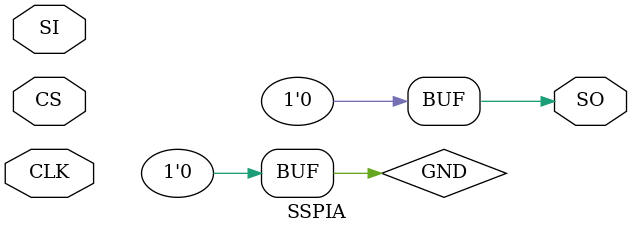
<source format=v>
`resetall
`timescale 1 ns / 1 ps

`celldefine

module SSPIA (SI, CLK, CS, SO);
  input SI, CLK, CS;
  output SO;

  parameter TAG_INITSIZE = 2184;
//  parameter TAG_INITIALIZATION = "DISABLED";
  parameter TAG_INITVAL_00 = 320'h00000000000000000000000000000000000000000000000000000000000000000000000000000000;
  parameter TAG_INITVAL_01 = 320'h00000000000000000000000000000000000000000000000000000000000000000000000000000000;
  parameter TAG_INITVAL_02 = 320'h00000000000000000000000000000000000000000000000000000000000000000000000000000000;
  parameter TAG_INITVAL_03 = 320'h00000000000000000000000000000000000000000000000000000000000000000000000000000000;
  parameter TAG_INITVAL_04 = 320'h00000000000000000000000000000000000000000000000000000000000000000000000000000000;
  parameter TAG_INITVAL_05 = 320'h00000000000000000000000000000000000000000000000000000000000000000000000000000000;
  parameter TAG_INITVAL_06 = 320'h00000000000000000000000000000000000000000000000000000000000000000000000000000000;
  parameter TAG_INITVAL_07 = 320'h00000000000000000000000000000000000000000000000000000000000000000000000000000000;
  parameter TAG_INITVAL_08 = 320'h00000000000000000000000000000000000000000000000000000000000000000000000000000000;
  parameter TAG_INITVAL_09 = 320'h00000000000000000000000000000000000000000000000000000000000000000000000000000000;
  parameter TAG_INITVAL_0A = 320'h00000000000000000000000000000000000000000000000000000000000000000000000000000000;
  parameter TAG_INITVAL_0B = 320'h00000000000000000000000000000000000000000000000000000000000000000000000000000000;
  parameter TAG_INITVAL_0C = 320'h00000000000000000000000000000000000000000000000000000000000000000000000000000000;

 initial
    $display ("Warning! Empty model is being used for block \"SSPIA\", for the full functional model please use either the encrypted or the pre-compiled models.");

  supply0 GND;
  buf (SO, GND);

endmodule

`endcelldefine

</source>
